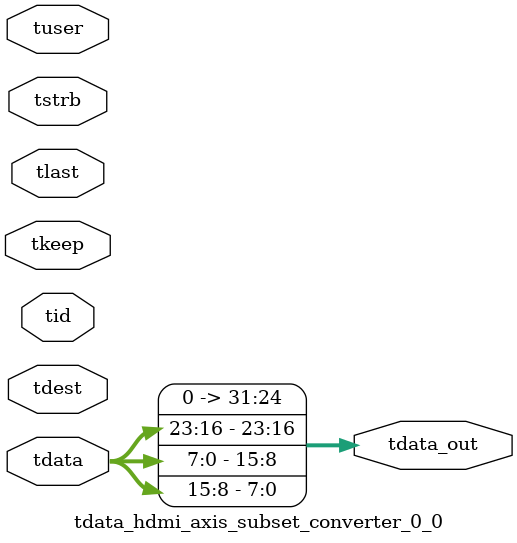
<source format=v>


`timescale 1ps/1ps

module tdata_hdmi_axis_subset_converter_0_0 #
(
parameter C_S_AXIS_TDATA_WIDTH = 32,
parameter C_S_AXIS_TUSER_WIDTH = 0,
parameter C_S_AXIS_TID_WIDTH   = 0,
parameter C_S_AXIS_TDEST_WIDTH = 0,
parameter C_M_AXIS_TDATA_WIDTH = 32
)
(
input  [(C_S_AXIS_TDATA_WIDTH == 0 ? 1 : C_S_AXIS_TDATA_WIDTH)-1:0     ] tdata,
input  [(C_S_AXIS_TUSER_WIDTH == 0 ? 1 : C_S_AXIS_TUSER_WIDTH)-1:0     ] tuser,
input  [(C_S_AXIS_TID_WIDTH   == 0 ? 1 : C_S_AXIS_TID_WIDTH)-1:0       ] tid,
input  [(C_S_AXIS_TDEST_WIDTH == 0 ? 1 : C_S_AXIS_TDEST_WIDTH)-1:0     ] tdest,
input  [(C_S_AXIS_TDATA_WIDTH/8)-1:0 ] tkeep,
input  [(C_S_AXIS_TDATA_WIDTH/8)-1:0 ] tstrb,
input                                                                    tlast,
output [C_M_AXIS_TDATA_WIDTH-1:0] tdata_out
);

assign tdata_out = {tdata[23:16],tdata[7:0],tdata[15:8]};

endmodule


</source>
